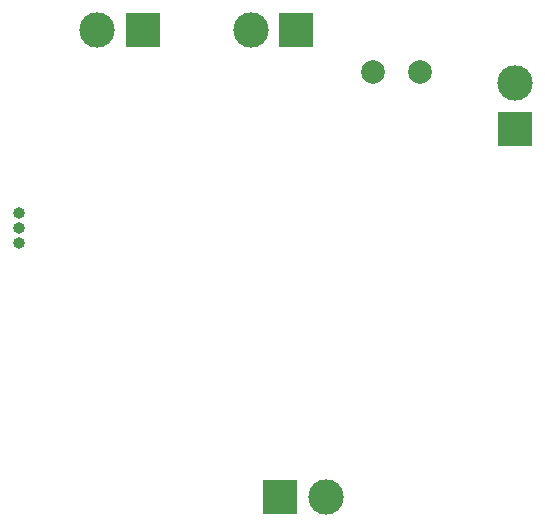
<source format=gbr>
G04 #@! TF.GenerationSoftware,KiCad,Pcbnew,(5.1.5)-3*
G04 #@! TF.CreationDate,2022-02-08T11:29:21-03:00*
G04 #@! TF.ProjectId,bq24160,62713234-3136-4302-9e6b-696361645f70,rev?*
G04 #@! TF.SameCoordinates,Original*
G04 #@! TF.FileFunction,Copper,L2,Bot*
G04 #@! TF.FilePolarity,Positive*
%FSLAX46Y46*%
G04 Gerber Fmt 4.6, Leading zero omitted, Abs format (unit mm)*
G04 Created by KiCad (PCBNEW (5.1.5)-3) date 2022-02-08 11:29:21*
%MOMM*%
%LPD*%
G04 APERTURE LIST*
%ADD10C,3.000000*%
%ADD11R,3.000000X3.000000*%
%ADD12O,1.000000X1.000000*%
%ADD13C,2.000000*%
G04 APERTURE END LIST*
D10*
X115000000Y-80000000D03*
D11*
X115000000Y-83880000D03*
D12*
X73000000Y-93540000D03*
X73000000Y-92270000D03*
X73000000Y-91000000D03*
D11*
X96500000Y-75500000D03*
D10*
X92620000Y-75500000D03*
X99000000Y-115000000D03*
D11*
X95120000Y-115000000D03*
X83500000Y-75500000D03*
D10*
X79620000Y-75500000D03*
D13*
X107000000Y-79000000D03*
X103000000Y-79000000D03*
M02*

</source>
